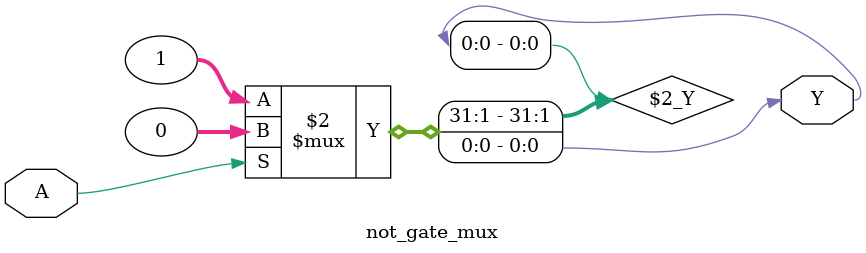
<source format=v>
module not_gate_mux (
    input A,
    output Y
);

assign Y = (A == 1) ? 0 : 1; // Equivalent to NOT A

endmodule
</source>
